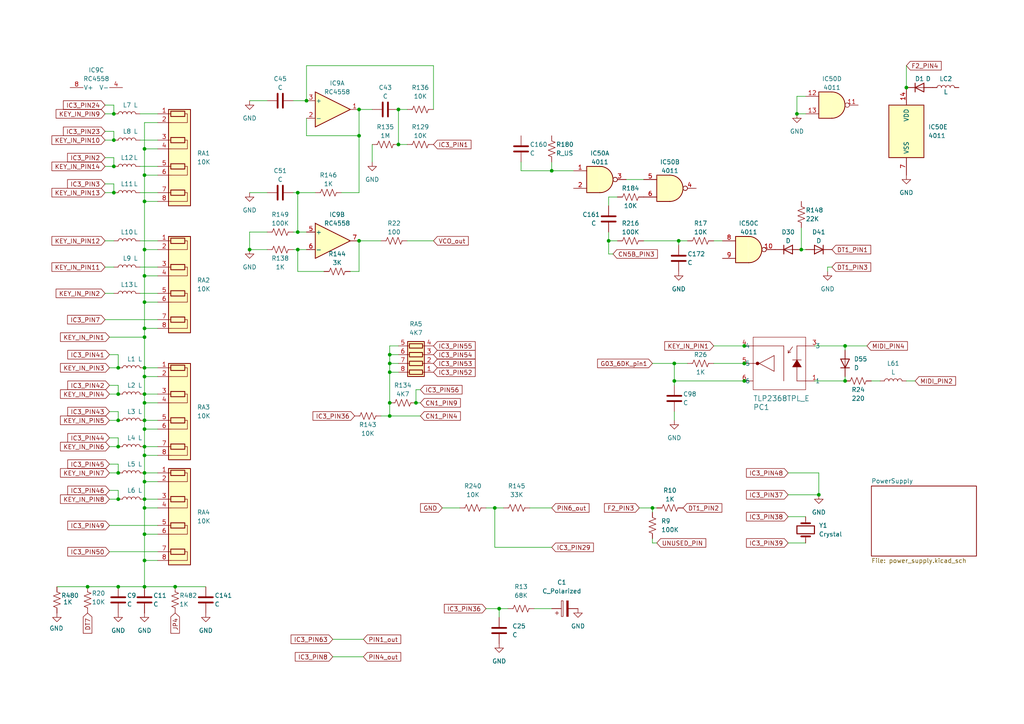
<source format=kicad_sch>
(kicad_sch (version 20230121) (generator eeschema)
  (paper "A4")
  (title_block (title "KLM-3163"))
  (lib_symbols
    (symbol "4xxx:4011" (pin_names (offset 1.016))
      (property "Reference" "U" (at 0 1.27 0))
      (property "Value" "4011" (at 0 -1.27 0))
      (symbol "4011_1_1"
        (arc (start 0 -3.81) (mid 3.7934 0) (end 0 3.81) (stroke (width 0.254)) (fill (type background)))
        (polyline (pts (xy 0 3.81) (xy -3.81 3.81) (xy -3.81 -3.81) (xy 0 -3.81)) (stroke (width 0.254)) (fill (type background)))
        (pin input line (at -7.62 2.54 0) (length 3.81) (name "~") (number "1"))
        (pin input line (at -7.62 -2.54 0) (length 3.81) (name "~") (number "2"))
        (pin output inverted (at 7.62 0 180) (length 3.81) (name "~") (number "3"))
      )
      (symbol "4011_1_2"
        (arc (start -3.81 -3.81) (mid -2.589 0) (end -3.81 3.81) (stroke (width 0.254)))
        (arc (start -0.6096 -3.81) (mid 2.1842 -2.5851) (end 3.81 0) (stroke (width 0.254)) (fill (type background)))
        (polyline (pts (xy -3.81 -3.81) (xy -0.635 -3.81)) (stroke (width 0.254)) (fill (type background)))
        (polyline (pts (xy -3.81 3.81) (xy -0.635 3.81)) (stroke (width 0.254)) (fill (type background)))
        (polyline (pts (xy -0.635 3.81) (xy -3.81 3.81) (xy -3.81 3.81) (xy -3.556 3.4036) (xy -3.0226 2.2606) (xy -2.6924 1.0414) (xy -2.6162 -0.254) (xy -2.7686 -1.4986) (xy -3.175 -2.7178) (xy -3.81 -3.81) (xy -3.81 -3.81) (xy -0.635 -3.81)) (stroke (width -25.4)) (fill (type background)))
        (arc (start 3.81 0) (mid 2.1915 2.5936) (end -0.6096 3.81) (stroke (width 0.254)) (fill (type background)))
        (pin input inverted (at -7.62 2.54 0) (length 4.318) (name "~") (number "1"))
        (pin input inverted (at -7.62 -2.54 0) (length 4.318) (name "~") (number "2"))
        (pin output line (at 7.62 0 180) (length 3.81) (name "~") (number "3"))
      )
      (symbol "4011_2_1"
        (arc (start 0 -3.81) (mid 3.7934 0) (end 0 3.81) (stroke (width 0.254)) (fill (type background)))
        (polyline (pts (xy 0 3.81) (xy -3.81 3.81) (xy -3.81 -3.81) (xy 0 -3.81)) (stroke (width 0.254)) (fill (type background)))
        (pin output inverted (at 7.62 0 180) (length 3.81) (name "~") (number "4"))
        (pin input line (at -7.62 2.54 0) (length 3.81) (name "~") (number "5"))
        (pin input line (at -7.62 -2.54 0) (length 3.81) (name "~") (number "6"))
      )
      (symbol "4011_2_2"
        (arc (start -3.81 -3.81) (mid -2.589 0) (end -3.81 3.81) (stroke (width 0.254)))
        (arc (start -0.6096 -3.81) (mid 2.1842 -2.5851) (end 3.81 0) (stroke (width 0.254)) (fill (type background)))
        (polyline (pts (xy -3.81 -3.81) (xy -0.635 -3.81)) (stroke (width 0.254)) (fill (type background)))
        (polyline (pts (xy -3.81 3.81) (xy -0.635 3.81)) (stroke (width 0.254)) (fill (type background)))
        (polyline (pts (xy -0.635 3.81) (xy -3.81 3.81) (xy -3.81 3.81) (xy -3.556 3.4036) (xy -3.0226 2.2606) (xy -2.6924 1.0414) (xy -2.6162 -0.254) (xy -2.7686 -1.4986) (xy -3.175 -2.7178) (xy -3.81 -3.81) (xy -3.81 -3.81) (xy -0.635 -3.81)) (stroke (width -25.4)) (fill (type background)))
        (arc (start 3.81 0) (mid 2.1915 2.5936) (end -0.6096 3.81) (stroke (width 0.254)) (fill (type background)))
        (pin output line (at 7.62 0 180) (length 3.81) (name "~") (number "4"))
        (pin input inverted (at -7.62 2.54 0) (length 4.318) (name "~") (number "5"))
        (pin input inverted (at -7.62 -2.54 0) (length 4.318) (name "~") (number "6"))
      )
      (symbol "4011_3_1"
        (arc (start 0 -3.81) (mid 3.7934 0) (end 0 3.81) (stroke (width 0.254)) (fill (type background)))
        (polyline (pts (xy 0 3.81) (xy -3.81 3.81) (xy -3.81 -3.81) (xy 0 -3.81)) (stroke (width 0.254)) (fill (type background)))
        (pin output inverted (at 7.62 0 180) (length 3.81) (name "~") (number "10"))
        (pin input line (at -7.62 2.54 0) (length 3.81) (name "~") (number "8"))
        (pin input line (at -7.62 -2.54 0) (length 3.81) (name "~") (number "9"))
      )
      (symbol "4011_3_2"
        (arc (start -3.81 -3.81) (mid -2.589 0) (end -3.81 3.81) (stroke (width 0.254)))
        (arc (start -0.6096 -3.81) (mid 2.1842 -2.5851) (end 3.81 0) (stroke (width 0.254)) (fill (type background)))
        (polyline (pts (xy -3.81 -3.81) (xy -0.635 -3.81)) (stroke (width 0.254)) (fill (type background)))
        (polyline (pts (xy -3.81 3.81) (xy -0.635 3.81)) (stroke (width 0.254)) (fill (type background)))
        (polyline (pts (xy -0.635 3.81) (xy -3.81 3.81) (xy -3.81 3.81) (xy -3.556 3.4036) (xy -3.0226 2.2606) (xy -2.6924 1.0414) (xy -2.6162 -0.254) (xy -2.7686 -1.4986) (xy -3.175 -2.7178) (xy -3.81 -3.81) (xy -3.81 -3.81) (xy -0.635 -3.81)) (stroke (width -25.4)) (fill (type background)))
        (arc (start 3.81 0) (mid 2.1915 2.5936) (end -0.6096 3.81) (stroke (width 0.254)) (fill (type background)))
        (pin output line (at 7.62 0 180) (length 3.81) (name "~") (number "10"))
        (pin input inverted (at -7.62 2.54 0) (length 4.318) (name "~") (number "8"))
        (pin input inverted (at -7.62 -2.54 0) (length 4.318) (name "~") (number "9"))
      )
      (symbol "4011_4_1"
        (arc (start 0 -3.81) (mid 3.7934 0) (end 0 3.81) (stroke (width 0.254)) (fill (type background)))
        (polyline (pts (xy 0 3.81) (xy -3.81 3.81) (xy -3.81 -3.81) (xy 0 -3.81)) (stroke (width 0.254)) (fill (type background)))
        (pin output inverted (at 7.62 0 180) (length 3.81) (name "~") (number "11"))
        (pin input line (at -7.62 2.54 0) (length 3.81) (name "~") (number "12"))
        (pin input line (at -7.62 -2.54 0) (length 3.81) (name "~") (number "13"))
      )
      (symbol "4011_4_2"
        (arc (start -3.81 -3.81) (mid -2.589 0) (end -3.81 3.81) (stroke (width 0.254)))
        (arc (start -0.6096 -3.81) (mid 2.1842 -2.5851) (end 3.81 0) (stroke (width 0.254)) (fill (type background)))
        (polyline (pts (xy -3.81 -3.81) (xy -0.635 -3.81)) (stroke (width 0.254)) (fill (type background)))
        (polyline (pts (xy -3.81 3.81) (xy -0.635 3.81)) (stroke (width 0.254)) (fill (type background)))
        (polyline (pts (xy -0.635 3.81) (xy -3.81 3.81) (xy -3.81 3.81) (xy -3.556 3.4036) (xy -3.0226 2.2606) (xy -2.6924 1.0414) (xy -2.6162 -0.254) (xy -2.7686 -1.4986) (xy -3.175 -2.7178) (xy -3.81 -3.81) (xy -3.81 -3.81) (xy -0.635 -3.81)) (stroke (width -25.4)) (fill (type background)))
        (arc (start 3.81 0) (mid 2.1915 2.5936) (end -0.6096 3.81) (stroke (width 0.254)) (fill (type background)))
        (pin output line (at 7.62 0 180) (length 3.81) (name "~") (number "11"))
        (pin input inverted (at -7.62 2.54 0) (length 4.318) (name "~") (number "12"))
        (pin input inverted (at -7.62 -2.54 0) (length 4.318) (name "~") (number "13"))
      )
      (symbol "4011_5_0"
        (pin power_in line (at 0 12.7 270) (length 5.08) (name "VDD") (number "14"))
        (pin power_in line (at 0 -12.7 90) (length 5.08) (name "VSS") (number "7"))
      )
      (symbol "4011_5_1"
        (rectangle (start -5.08 7.62) (end 5.08 -7.62) (stroke (width 0.254)) (fill (type background)))
      )
    )
    (symbol "Amplifier_Operational:RC4558" (pin_names (offset 0.127))
      (property "Reference" "U" (at 0 5.08 0))
      (property "Value" "RC4558" (at 0 -5.08 0))
      (symbol "RC4558_1_1"
        (polyline (pts (xy -5.08 5.08) (xy 5.08 0) (xy -5.08 -5.08) (xy -5.08 5.08)) (stroke (width 0.254)) (fill (type background)))
        (pin output line (at 7.62 0 180) (length 2.54) (name "~") (number "1"))
        (pin input line (at -7.62 -2.54 0) (length 2.54) (name "-") (number "2"))
        (pin input line (at -7.62 2.54 0) (length 2.54) (name "+") (number "3"))
      )
      (symbol "RC4558_2_1"
        (polyline (pts (xy -5.08 5.08) (xy 5.08 0) (xy -5.08 -5.08) (xy -5.08 5.08)) (stroke (width 0.254)) (fill (type background)))
        (pin input line (at -7.62 2.54 0) (length 2.54) (name "+") (number "5"))
        (pin input line (at -7.62 -2.54 0) (length 2.54) (name "-") (number "6"))
        (pin output line (at 7.62 0 180) (length 2.54) (name "~") (number "7"))
      )
      (symbol "RC4558_3_1"
        (pin power_in line (at -2.54 -7.62 90) (length 3.81) (name "V-") (number "4"))
        (pin power_in line (at -2.54 7.62 270) (length 3.81) (name "V+") (number "8"))
      )
    )
    (symbol "Device:C" (pin_numbers hide) (pin_names (offset 0.254))
      (property "Reference" "C" (at 0.635 2.54 0))
      (property "Value" "C" (at 0.635 -2.54 0))
      (symbol "C_0_1"
        (polyline (pts (xy -2.032 -0.762) (xy 2.032 -0.762)) (stroke (width 0.508)))
        (polyline (pts (xy -2.032 0.762) (xy 2.032 0.762)) (stroke (width 0.508)))
      )
      (symbol "C_1_1"
        (pin passive line (at 0 3.81 270) (length 2.794) (name "~") (number "1"))
        (pin passive line (at 0 -3.81 90) (length 2.794) (name "~") (number "2"))
      )
    )
    (symbol "Device:C_Polarized" (pin_numbers hide) (pin_names (offset 0.254))
      (property "Reference" "C" (at 0.635 2.54 0))
      (property "Value" "C_Polarized" (at 0.635 -2.54 0))
      (symbol "C_Polarized_0_1"
        (rectangle (start -2.286 0.508) (end 2.286 1.016))
        (polyline (pts (xy -1.778 2.286) (xy -0.762 2.286)))
        (polyline (pts (xy -1.27 2.794) (xy -1.27 1.778)))
        (rectangle (start 2.286 -0.508) (end -2.286 -1.016) (fill (type outline)))
      )
      (symbol "C_Polarized_1_1"
        (pin passive line (at 0 3.81 270) (length 2.794) (name "~") (number "1"))
        (pin passive line (at 0 -3.81 90) (length 2.794) (name "~") (number "2"))
      )
    )
    (symbol "Device:Crystal" (pin_numbers hide) (pin_names (offset 1.016) hide)
      (property "Reference" "Y" (at 0 3.81 0))
      (property "Value" "Crystal" (at 0 -3.81 0))
      (symbol "Crystal_0_1"
        (rectangle (start -1.143 2.54) (end 1.143 -2.54) (stroke (width 0.3048)))
        (polyline (pts (xy -2.54 0) (xy -1.905 0)))
        (polyline (pts (xy -1.905 -1.27) (xy -1.905 1.27)) (stroke (width 0.508)))
        (polyline (pts (xy 1.905 -1.27) (xy 1.905 1.27)) (stroke (width 0.508)))
        (polyline (pts (xy 2.54 0) (xy 1.905 0)))
      )
      (symbol "Crystal_1_1"
        (pin passive line (at -3.81 0 0) (length 1.27) (name "1") (number "1"))
        (pin passive line (at 3.81 0 180) (length 1.27) (name "2") (number "2"))
      )
    )
    (symbol "Device:D" (pin_numbers hide) (pin_names (offset 1.016) hide)
      (property "Reference" "D" (at 0 2.54 0))
      (property "Value" "D" (at 0 -2.54 0))
      (symbol "D_0_1"
        (polyline (pts (xy -1.27 1.27) (xy -1.27 -1.27)) (stroke (width 0.254)))
        (polyline (pts (xy 1.27 0) (xy -1.27 0)))
        (polyline (pts (xy 1.27 1.27) (xy 1.27 -1.27) (xy -1.27 0) (xy 1.27 1.27)) (stroke (width 0.254)))
      )
      (symbol "D_1_1"
        (pin passive line (at -3.81 0 0) (length 2.54) (name "K") (number "1"))
        (pin passive line (at 3.81 0 180) (length 2.54) (name "A") (number "2"))
      )
    )
    (symbol "Device:L" (pin_numbers hide) (pin_names (offset 1.016) hide)
      (property "Reference" "L" (at -1.27 0 90))
      (property "Value" "L" (at 1.905 0 90))
      (symbol "L_0_1"
        (arc (start 0 -2.54) (mid 0.6323 -1.905) (end 0 -1.27))
        (arc (start 0 -1.27) (mid 0.6323 -0.635) (end 0 0))
        (arc (start 0 0) (mid 0.6323 0.635) (end 0 1.27))
        (arc (start 0 1.27) (mid 0.6323 1.905) (end 0 2.54))
      )
      (symbol "L_1_1"
        (pin passive line (at 0 3.81 270) (length 1.27) (name "1") (number "1"))
        (pin passive line (at 0 -3.81 90) (length 1.27) (name "2") (number "2"))
      )
    )
    (symbol "Device:R_Pack04" (pin_names (offset 0) hide)
      (property "Reference" "RN" (at -7.62 0 90))
      (property "Value" "R_Pack04" (at 5.08 0 90))
      (symbol "R_Pack04_0_1"
        (rectangle (start -6.35 -2.413) (end 3.81 2.413) (stroke (width 0.254)) (fill (type background)))
        (rectangle (start -5.715 1.905) (end -4.445 -1.905) (stroke (width 0.254)))
        (rectangle (start -3.175 1.905) (end -1.905 -1.905) (stroke (width 0.254)))
        (rectangle (start -0.635 1.905) (end 0.635 -1.905) (stroke (width 0.254)))
        (polyline (pts (xy -5.08 -2.54) (xy -5.08 -1.905)))
        (polyline (pts (xy -5.08 1.905) (xy -5.08 2.54)))
        (polyline (pts (xy -2.54 -2.54) (xy -2.54 -1.905)))
        (polyline (pts (xy -2.54 1.905) (xy -2.54 2.54)))
        (polyline (pts (xy 0 -2.54) (xy 0 -1.905)))
        (polyline (pts (xy 0 1.905) (xy 0 2.54)))
        (polyline (pts (xy 2.54 -2.54) (xy 2.54 -1.905)))
        (polyline (pts (xy 2.54 1.905) (xy 2.54 2.54)))
        (rectangle (start 1.905 1.905) (end 3.175 -1.905) (stroke (width 0.254)))
      )
      (symbol "R_Pack04_1_1"
        (pin passive line (at -5.08 -5.08 90) (length 2.54) (name "R1.1") (number "1"))
        (pin passive line (at -2.54 -5.08 90) (length 2.54) (name "R2.1") (number "2"))
        (pin passive line (at 0 -5.08 90) (length 2.54) (name "R3.1") (number "3"))
        (pin passive line (at 2.54 -5.08 90) (length 2.54) (name "R4.1") (number "4"))
        (pin passive line (at 2.54 5.08 270) (length 2.54) (name "R4.2") (number "5"))
        (pin passive line (at 0 5.08 270) (length 2.54) (name "R3.2") (number "6"))
        (pin passive line (at -2.54 5.08 270) (length 2.54) (name "R2.2") (number "7"))
        (pin passive line (at -5.08 5.08 270) (length 2.54) (name "R1.2") (number "8"))
      )
    )
    (symbol "Device:R_Pack04_SIP" (pin_names (offset 0) hide)
      (property "Reference" "RN" (at -15.24 0 90))
      (property "Value" "R_Pack04_SIP" (at 15.24 0 90))
      (symbol "R_Pack04_SIP_0_1"
        (rectangle (start -13.97 -1.905) (end 13.97 4.445) (stroke (width 0.254)) (fill (type background)))
        (rectangle (start -13.462 2.794) (end -11.938 -1.27) (stroke (width 0.254)))
        (rectangle (start -5.842 2.794) (end -4.318 -1.27) (stroke (width 0.254)))
        (polyline (pts (xy -12.7 2.794) (xy -12.7 3.556) (xy -10.16 3.556) (xy -10.16 -1.27)))
        (polyline (pts (xy -5.08 2.794) (xy -5.08 3.556) (xy -2.54 3.556) (xy -2.54 -1.27)))
        (polyline (pts (xy 2.54 2.794) (xy 2.54 3.556) (xy 5.08 3.556) (xy 5.08 -1.27)))
        (polyline (pts (xy 10.16 2.794) (xy 10.16 3.556) (xy 12.7 3.556) (xy 12.7 -1.27)))
        (rectangle (start 1.778 2.794) (end 3.302 -1.27) (stroke (width 0.254)))
        (rectangle (start 9.398 2.794) (end 10.922 -1.27) (stroke (width 0.254)))
      )
      (symbol "R_Pack04_SIP_1_1"
        (pin passive line (at -12.7 -5.08 90) (length 3.81) (name "R1.1") (number "1"))
        (pin passive line (at -10.16 -5.08 90) (length 3.81) (name "R1.2") (number "2"))
        (pin passive line (at -5.08 -5.08 90) (length 3.81) (name "R2.1") (number "3"))
        (pin passive line (at -2.54 -5.08 90) (length 3.81) (name "R2.2") (number "4"))
        (pin passive line (at 2.54 -5.08 90) (length 3.81) (name "R3.1") (number "5"))
        (pin passive line (at 5.08 -5.08 90) (length 3.81) (name "R3.2") (number "6"))
        (pin passive line (at 10.16 -5.08 90) (length 3.81) (name "R4.1") (number "7"))
        (pin passive line (at 12.7 -5.08 90) (length 3.81) (name "R4.2") (number "8"))
      )
    )
    (symbol "Device:R_US" (pin_numbers hide) (pin_names (offset 0))
      (property "Reference" "R" (at 2.54 0 90))
      (property "Value" "R_US" (at -2.54 0 90))
      (symbol "R_US_0_1"
        (polyline (pts (xy 0 -2.286) (xy 0 -2.54)))
        (polyline (pts (xy 0 2.286) (xy 0 2.54)))
        (polyline (pts (xy 0 -0.762) (xy 1.016 -1.143) (xy 0 -1.524) (xy -1.016 -1.905) (xy 0 -2.286)))
        (polyline (pts (xy 0 0.762) (xy 1.016 0.381) (xy 0 0) (xy -1.016 -0.381) (xy 0 -0.762)))
        (polyline (pts (xy 0 2.286) (xy 1.016 1.905) (xy 0 1.524) (xy -1.016 1.143) (xy 0 0.762)))
      )
      (symbol "R_US_1_1"
        (pin passive line (at 0 3.81 270) (length 1.27) (name "~") (number "1"))
        (pin passive line (at 0 -3.81 90) (length 1.27) (name "~") (number "2"))
      )
    )
    (symbol "korg_ms20_mini:TLP2368TPL_E" (pin_names (offset 0.254))
      (property "Reference" "U" (at 11.43 1.27 0))
      (property "Value" "TLP2368TPL_E" (at 0 1.27 0))
      (symbol "TLP2368TPL_E_0_1"
        (polyline (pts (xy -2.54 -12.7) (xy 0 -12.7)))
        (polyline (pts (xy -2.54 -2.54) (xy 0 -2.54)))
        (polyline (pts (xy 0 -15.24) (xy 0 0)) (stroke (width 0.127)))
        (polyline (pts (xy 0 -12.7) (xy 2.54 -12.7)))
        (polyline (pts (xy 0 -2.54) (xy 2.54 -2.54)))
        (polyline (pts (xy 0 0) (xy 15.24 0)) (stroke (width 0.127)))
        (polyline (pts (xy 1.27 -8.636) (xy 3.81 -8.636)))
        (polyline (pts (xy 2.54 -12.7) (xy 2.54 -8.636)))
        (polyline (pts (xy 2.54 -2.54) (xy 2.54 -6.604)))
        (polyline (pts (xy 4.318 -10.922) (xy 5.08 -10.668)))
        (polyline (pts (xy 5.08 -11.43) (xy 5.08 -10.668)))
        (polyline (pts (xy 5.08 -10.668) (xy 3.81 -12.446)))
        (polyline (pts (xy 6.35 -12.7) (xy 15.24 -12.7)))
        (polyline (pts (xy 6.35 -2.54) (xy 6.35 -12.7)))
        (polyline (pts (xy 9.144 -9.906) (xy 13.462 -7.62)))
        (polyline (pts (xy 9.144 -5.334) (xy 9.144 -9.906)))
        (polyline (pts (xy 9.144 -5.334) (xy 13.462 -7.62)))
        (polyline (pts (xy 14.478 -7.62) (xy 15.24 -7.62)))
        (polyline (pts (xy 15.24 -15.24) (xy 0 -15.24)) (stroke (width 0.127)))
        (polyline (pts (xy 15.24 0) (xy 15.24 -15.24)) (stroke (width 0.127)))
        (polyline (pts (xy 17.78 -12.7) (xy 15.24 -12.7)))
        (polyline (pts (xy 17.78 -7.62) (xy 15.24 -7.62)))
        (polyline (pts (xy 17.78 -2.54) (xy 15.24 -2.54)))
        (polyline (pts (xy 1.27 -6.604) (xy 1.27 -6.604) (xy 3.81 -6.604) (xy 2.54 -8.636) (xy 1.27 -6.604)) (fill (type outline)))
        (circle (center 13.97 -7.62) (radius 0.254) (stroke (width 0.508)))
        (pin unspecified line (at -2.5146 -2.54 180) (length 0.0254) (name "1") (number "1"))
        (pin unspecified line (at -2.5146 -12.7 180) (length 0.0254) (name "3") (number "3"))
        (pin power_out line (at 17.8054 -12.7 180) (length 0.0254) (name "4") (number "4"))
        (pin output line (at 17.8054 -7.62 180) (length 0.0254) (name "5") (number "5"))
        (pin unspecified line (at 17.8054 -2.54 180) (length 0.0254) (name "6") (number "6"))
      )
    )
    (symbol "power:GND" (power) (pin_names (offset 0))
      (property "Value" "GND" (at 0 -3.81 0))
      (symbol "GND_0_1"
        (polyline (pts (xy 0 0) (xy 0 -1.27) (xy 1.27 -1.27) (xy 0 -2.54) (xy -1.27 -1.27) (xy 0 -1.27)))
      )
      (symbol "GND_1_1"
        (pin power_in line (at 0 0 270) (length 0) hide (name "GND") (number "1"))
      )
    )
  )
  (junction (at 34.29 144.78))
  (junction (at 41.91 87.63))
  (junction (at 113.03 107.95))
  (junction (at 237.49 143.51))
  (junction (at 41.91 106.68))
  (junction (at 41.91 132.08))
  (junction (at 41.91 129.54))
  (junction (at 41.91 162.56))
  (junction (at 195.58 110.49))
  (junction (at 41.91 80.01))
  (junction (at 113.03 120.65))
  (junction (at 113.03 116.84))
  (junction (at 215.8746 110.49))
  (junction (at 33.02 40.64))
  (junction (at 34.29 114.3))
  (junction (at 104.14 69.85))
  (junction (at 232.41 72.39))
  (junction (at 245.11 110.49))
  (junction (at 115.57 31.75))
  (junction (at 144.78 176.53))
  (junction (at 41.91 137.16))
  (junction (at 41.91 121.92))
  (junction (at 86.36 55.88))
  (junction (at 104.14 31.75))
  (junction (at 41.91 147.32))
  (junction (at 196.85 69.85))
  (junction (at 104.14 39.37))
  (junction (at 113.03 102.87))
  (junction (at 50.8 170.18))
  (junction (at 41.91 114.3))
  (junction (at 25.4 170.18))
  (junction (at 245.11 100.33))
  (junction (at 189.23 147.32))
  (junction (at 41.91 154.94))
  (junction (at 41.91 43.18))
  (junction (at 231.14 33.02))
  (junction (at 34.29 170.18))
  (junction (at 262.89 25.4))
  (junction (at 195.58 105.41))
  (junction (at 160.02 49.53))
  (junction (at 34.29 121.92))
  (junction (at 176.53 69.85))
  (junction (at 41.91 170.18))
  (junction (at 41.91 72.39))
  (junction (at 33.02 48.26))
  (junction (at 72.39 72.39))
  (junction (at 41.91 109.22))
  (junction (at 113.03 105.41))
  (junction (at 33.02 33.02))
  (junction (at 41.91 97.79))
  (junction (at 86.36 67.31))
  (junction (at 34.29 106.68))
  (junction (at 120.65 116.84))
  (junction (at 34.29 137.16))
  (junction (at 115.57 41.91))
  (junction (at 41.91 139.7))
  (junction (at 88.9 29.21))
  (junction (at 41.91 116.84))
  (junction (at 215.8746 100.33))
  (junction (at 41.91 58.42))
  (junction (at 41.91 95.25))
  (junction (at 143.51 147.32))
  (junction (at 41.91 144.78))
  (junction (at 215.8746 105.41))
  (junction (at 34.29 129.54))
  (junction (at 33.02 55.88))
  (junction (at 41.91 50.8))
  (junction (at 41.91 124.46))
  (junction (at 86.36 72.39))
  (wire (pts (xy 160.02 158.75) (xy 143.51 158.75)))
  (wire (pts (xy 34.29 119.38) (xy 34.29 121.92)))
  (wire (pts (xy 31.75 137.16) (xy 34.29 137.16)))
  (wire (pts (xy 41.91 170.18) (xy 34.29 170.18)))
  (wire (pts (xy 34.29 102.87) (xy 34.29 106.68)))
  (wire (pts (xy 88.9 19.05) (xy 88.9 29.21)))
  (wire (pts (xy 262.89 25.4) (xy 262.89 19.05)))
  (wire (pts (xy 30.48 69.85) (xy 33.02 69.85)))
  (wire (pts (xy 16.51 170.18) (xy 25.4 170.18)))
  (wire (pts (xy 31.75 106.68) (xy 34.29 106.68)))
  (wire (pts (xy 115.57 31.75) (xy 115.57 41.91)))
  (wire (pts (xy 30.48 33.02) (xy 33.02 33.02)))
  (wire (pts (xy 41.91 132.08) (xy 41.91 129.54)))
  (wire (pts (xy 160.02 49.53) (xy 151.13 49.53)))
  (wire (pts (xy 31.75 134.62) (xy 34.29 134.62)))
  (wire (pts (xy 25.4 170.18) (xy 34.29 170.18)))
  (wire (pts (xy 41.91 121.92) (xy 41.91 124.46)))
  (wire (pts (xy 104.14 69.85) (xy 110.49 69.85)))
  (wire (pts (xy 143.51 158.75) (xy 143.51 147.32)))
  (wire (pts (xy 125.73 31.75) (xy 125.73 19.05)))
  (wire (pts (xy 41.91 116.84) (xy 41.91 114.3)))
  (wire (pts (xy 41.91 87.63) (xy 45.72 87.63)))
  (wire (pts (xy 45.72 35.56) (xy 41.91 35.56)))
  (wire (pts (xy 120.65 113.03) (xy 120.65 116.84)))
  (wire (pts (xy 179.07 69.85) (xy 176.53 69.85)))
  (wire (pts (xy 31.75 121.92) (xy 34.29 121.92)))
  (wire (pts (xy 189.23 147.32) (xy 190.5 147.32)))
  (wire (pts (xy 41.91 139.7) (xy 41.91 137.16)))
  (wire (pts (xy 30.48 48.26) (xy 33.02 48.26)))
  (wire (pts (xy 41.91 137.16) (xy 41.91 132.08)))
  (wire (pts (xy 99.06 55.88) (xy 104.14 55.88)))
  (wire (pts (xy 104.14 31.75) (xy 107.95 31.75)))
  (wire (pts (xy 30.48 40.64) (xy 33.02 40.64)))
  (wire (pts (xy 41.91 95.25) (xy 45.72 95.25)))
  (wire (pts (xy 113.03 120.65) (xy 110.49 120.65)))
  (wire (pts (xy 96.52 185.42) (xy 105.41 185.42)))
  (wire (pts (xy 31.75 97.79) (xy 41.91 97.79)))
  (wire (pts (xy 41.91 116.84) (xy 41.91 121.92)))
  (wire (pts (xy 40.64 33.02) (xy 45.72 33.02)))
  (wire (pts (xy 118.11 69.85) (xy 125.73 69.85)))
  (wire (pts (xy 189.23 105.41) (xy 195.58 105.41)))
  (wire (pts (xy 228.6 137.16) (xy 237.49 137.16)))
  (wire (pts (xy 40.64 48.26) (xy 45.72 48.26)))
  (wire (pts (xy 151.13 49.53) (xy 151.13 46.99)))
  (wire (pts (xy 228.6 157.48) (xy 233.68 157.48)))
  (wire (pts (xy 189.23 148.59) (xy 189.23 147.32)))
  (wire (pts (xy 41.91 80.01) (xy 41.91 87.63)))
  (wire (pts (xy 31.75 144.78) (xy 34.29 144.78)))
  (wire (pts (xy 195.58 119.38) (xy 195.58 121.92)))
  (wire (pts (xy 207.01 100.33) (xy 215.8746 100.33)))
  (wire (pts (xy 215.8746 110.49) (xy 215.9 110.49)))
  (wire (pts (xy 31.75 119.38) (xy 34.29 119.38)))
  (wire (pts (xy 33.02 45.72) (xy 33.02 48.26)))
  (wire (pts (xy 104.14 78.74) (xy 101.6 78.74)))
  (wire (pts (xy 144.78 176.53) (xy 147.32 176.53)))
  (wire (pts (xy 41.91 129.54) (xy 41.91 124.46)))
  (wire (pts (xy 104.14 55.88) (xy 104.14 39.37)))
  (wire (pts (xy 41.91 87.63) (xy 41.91 95.25)))
  (wire (pts (xy 30.48 30.48) (xy 33.02 30.48)))
  (wire (pts (xy 85.09 72.39) (xy 86.36 72.39)))
  (wire (pts (xy 96.52 190.5) (xy 105.41 190.5)))
  (wire (pts (xy 88.9 39.37) (xy 104.14 39.37)))
  (wire (pts (xy 41.91 97.79) (xy 41.91 106.68)))
  (wire (pts (xy 41.91 147.32) (xy 45.72 147.32)))
  (wire (pts (xy 196.85 69.85) (xy 196.85 71.12)))
  (wire (pts (xy 113.03 116.84) (xy 113.03 107.95)))
  (wire (pts (xy 41.91 58.42) (xy 45.72 58.42)))
  (wire (pts (xy 41.91 114.3) (xy 45.72 114.3)))
  (wire (pts (xy 236.22 100.33) (xy 245.11 100.33)))
  (wire (pts (xy 113.03 102.87) (xy 113.03 105.41)))
  (wire (pts (xy 240.03 77.47) (xy 241.3 77.47)))
  (wire (pts (xy 45.72 72.39) (xy 41.91 72.39)))
  (wire (pts (xy 113.03 107.95) (xy 115.57 107.95)))
  (wire (pts (xy 195.58 105.41) (xy 199.39 105.41)))
  (wire (pts (xy 228.6 149.86) (xy 233.68 149.86)))
  (wire (pts (xy 143.51 147.32) (xy 146.05 147.32)))
  (wire (pts (xy 40.64 69.85) (xy 45.72 69.85)))
  (wire (pts (xy 31.75 127) (xy 34.29 127)))
  (wire (pts (xy 115.57 105.41) (xy 113.03 105.41)))
  (wire (pts (xy 176.53 73.66) (xy 177.8 73.66)))
  (wire (pts (xy 41.91 162.56) (xy 41.91 170.18)))
  (wire (pts (xy 215.8746 100.33) (xy 215.9 100.33)))
  (wire (pts (xy 86.36 55.88) (xy 85.09 55.88)))
  (wire (pts (xy 85.09 67.31) (xy 86.36 67.31)))
  (wire (pts (xy 72.39 67.31) (xy 77.47 67.31)))
  (wire (pts (xy 72.39 29.21) (xy 77.47 29.21)))
  (wire (pts (xy 41.91 95.25) (xy 41.91 97.79)))
  (wire (pts (xy 236.22 110.49) (xy 245.11 110.49)))
  (wire (pts (xy 121.92 120.65) (xy 113.03 120.65)))
  (wire (pts (xy 41.91 106.68) (xy 45.72 106.68)))
  (wire (pts (xy 154.94 176.53) (xy 160.02 176.53)))
  (wire (pts (xy 160.02 49.53) (xy 160.02 46.99)))
  (wire (pts (xy 231.14 33.02) (xy 233.68 33.02)))
  (wire (pts (xy 86.36 67.31) (xy 88.9 67.31)))
  (wire (pts (xy 140.97 147.32) (xy 143.51 147.32)))
  (wire (pts (xy 176.53 69.85) (xy 176.53 73.66)))
  (wire (pts (xy 115.57 100.33) (xy 113.03 100.33)))
  (wire (pts (xy 107.95 41.91) (xy 107.95 46.99)))
  (wire (pts (xy 85.09 29.21) (xy 88.9 29.21)))
  (wire (pts (xy 140.97 176.53) (xy 144.78 176.53)))
  (wire (pts (xy 228.6 143.51) (xy 237.49 143.51)))
  (wire (pts (xy 40.64 40.64) (xy 45.72 40.64)))
  (wire (pts (xy 113.03 105.41) (xy 113.03 107.95)))
  (wire (pts (xy 34.29 111.76) (xy 34.29 114.3)))
  (wire (pts (xy 41.91 129.54) (xy 45.72 129.54)))
  (wire (pts (xy 196.85 69.85) (xy 199.39 69.85)))
  (wire (pts (xy 233.68 27.94) (xy 231.14 27.94)))
  (wire (pts (xy 41.91 137.16) (xy 45.72 137.16)))
  (wire (pts (xy 41.91 58.42) (xy 41.91 72.39)))
  (wire (pts (xy 30.48 55.88) (xy 33.02 55.88)))
  (wire (pts (xy 113.03 120.65) (xy 113.03 116.84)))
  (wire (pts (xy 128.27 147.32) (xy 133.35 147.32)))
  (wire (pts (xy 125.73 19.05) (xy 88.9 19.05)))
  (wire (pts (xy 176.53 57.15) (xy 179.07 57.15)))
  (wire (pts (xy 41.91 106.68) (xy 41.91 109.22)))
  (wire (pts (xy 115.57 41.91) (xy 118.11 41.91)))
  (wire (pts (xy 88.9 34.29) (xy 88.9 39.37)))
  (wire (pts (xy 33.02 38.1) (xy 33.02 40.64)))
  (wire (pts (xy 41.91 109.22) (xy 45.72 109.22)))
  (wire (pts (xy 252.73 110.49) (xy 255.27 110.49)))
  (wire (pts (xy 31.75 129.54) (xy 34.29 129.54)))
  (wire (pts (xy 41.91 50.8) (xy 41.91 58.42)))
  (wire (pts (xy 166.37 49.53) (xy 160.02 49.53)))
  (wire (pts (xy 40.64 77.47) (xy 45.72 77.47)))
  (wire (pts (xy 185.42 147.32) (xy 189.23 147.32)))
  (wire (pts (xy 113.03 100.33) (xy 113.03 102.87)))
  (wire (pts (xy 240.03 78.74) (xy 240.03 77.47)))
  (wire (pts (xy 40.64 85.09) (xy 45.72 85.09)))
  (wire (pts (xy 41.91 124.46) (xy 45.72 124.46)))
  (wire (pts (xy 41.91 50.8) (xy 45.72 50.8)))
  (wire (pts (xy 86.36 55.88) (xy 86.36 67.31)))
  (wire (pts (xy 34.29 127) (xy 34.29 129.54)))
  (wire (pts (xy 121.92 113.03) (xy 120.65 113.03)))
  (wire (pts (xy 144.78 176.53) (xy 144.78 179.07)))
  (wire (pts (xy 41.91 170.18) (xy 50.8 170.18)))
  (wire (pts (xy 41.91 139.7) (xy 45.72 139.7)))
  (wire (pts (xy 41.91 154.94) (xy 41.91 162.56)))
  (wire (pts (xy 104.14 69.85) (xy 104.14 78.74)))
  (wire (pts (xy 41.91 114.3) (xy 41.91 109.22)))
  (wire (pts (xy 41.91 43.18) (xy 45.72 43.18)))
  (wire (pts (xy 31.75 111.76) (xy 34.29 111.76)))
  (wire (pts (xy 41.91 121.92) (xy 45.72 121.92)))
  (wire (pts (xy 50.8 170.18) (xy 59.69 170.18)))
  (wire (pts (xy 41.91 80.01) (xy 45.72 80.01)))
  (wire (pts (xy 30.48 45.72) (xy 33.02 45.72)))
  (wire (pts (xy 207.01 105.41) (xy 215.8746 105.41)))
  (wire (pts (xy 93.98 78.74) (xy 86.36 78.74)))
  (wire (pts (xy 232.41 66.04) (xy 232.41 72.39)))
  (wire (pts (xy 153.67 147.32) (xy 160.02 147.32)))
  (wire (pts (xy 40.64 55.88) (xy 45.72 55.88)))
  (wire (pts (xy 30.48 53.34) (xy 33.02 53.34)))
  (wire (pts (xy 31.75 160.02) (xy 45.72 160.02)))
  (wire (pts (xy 186.69 69.85) (xy 196.85 69.85)))
  (wire (pts (xy 115.57 102.87) (xy 113.03 102.87)))
  (wire (pts (xy 195.58 110.49) (xy 195.58 105.41)))
  (wire (pts (xy 31.75 142.24) (xy 34.29 142.24)))
  (wire (pts (xy 195.58 111.76) (xy 195.58 110.49)))
  (wire (pts (xy 31.75 102.87) (xy 34.29 102.87)))
  (wire (pts (xy 86.36 72.39) (xy 88.9 72.39)))
  (wire (pts (xy 41.91 162.56) (xy 45.72 162.56)))
  (wire (pts (xy 189.23 157.48) (xy 190.5 157.48)))
  (wire (pts (xy 34.29 134.62) (xy 34.29 137.16)))
  (wire (pts (xy 262.89 110.49) (xy 265.43 110.49)))
  (wire (pts (xy 41.91 35.56) (xy 41.91 43.18)))
  (wire (pts (xy 33.02 53.34) (xy 33.02 55.88)))
  (wire (pts (xy 86.36 78.74) (xy 86.36 72.39)))
  (wire (pts (xy 72.39 67.31) (xy 72.39 72.39)))
  (wire (pts (xy 41.91 72.39) (xy 41.91 80.01)))
  (wire (pts (xy 121.92 116.84) (xy 120.65 116.84)))
  (wire (pts (xy 104.14 39.37) (xy 104.14 31.75)))
  (wire (pts (xy 233.68 72.39) (xy 232.41 72.39)))
  (wire (pts (xy 86.36 55.88) (xy 91.44 55.88)))
  (wire (pts (xy 45.72 154.94) (xy 41.91 154.94)))
  (wire (pts (xy 31.75 114.3) (xy 34.29 114.3)))
  (wire (pts (xy 33.02 30.48) (xy 33.02 33.02)))
  (wire (pts (xy 245.11 100.33) (xy 245.11 101.6)))
  (wire (pts (xy 176.53 59.69) (xy 176.53 57.15)))
  (wire (pts (xy 41.91 116.84) (xy 45.72 116.84)))
  (wire (pts (xy 215.8746 105.41) (xy 215.9 105.41)))
  (wire (pts (xy 41.91 147.32) (xy 41.91 144.78)))
  (wire (pts (xy 72.39 72.39) (xy 77.47 72.39)))
  (wire (pts (xy 34.29 142.24) (xy 34.29 144.78)))
  (wire (pts (xy 41.91 144.78) (xy 45.72 144.78)))
  (wire (pts (xy 186.69 52.07) (xy 181.61 52.07)))
  (wire (pts (xy 30.48 77.47) (xy 33.02 77.47)))
  (wire (pts (xy 30.48 92.71) (xy 45.72 92.71)))
  (wire (pts (xy 72.39 55.88) (xy 77.47 55.88)))
  (wire (pts (xy 245.11 100.33) (xy 251.46 100.33)))
  (wire (pts (xy 41.91 144.78) (xy 41.91 139.7)))
  (wire (pts (xy 41.91 154.94) (xy 41.91 147.32)))
  (wire (pts (xy 207.01 69.85) (xy 209.55 69.85)))
  (wire (pts (xy 237.49 137.16) (xy 237.49 143.51)))
  (wire (pts (xy 41.91 43.18) (xy 41.91 50.8)))
  (wire (pts (xy 30.48 38.1) (xy 33.02 38.1)))
  (wire (pts (xy 41.91 132.08) (xy 45.72 132.08)))
  (wire (pts (xy 115.57 31.75) (xy 118.11 31.75)))
  (wire (pts (xy 245.11 110.49) (xy 245.11 109.22)))
  (wire (pts (xy 189.23 156.21) (xy 189.23 157.48)))
  (wire (pts (xy 231.14 27.94) (xy 231.14 33.02)))
  (wire (pts (xy 176.53 69.85) (xy 176.53 67.31)))
  (wire (pts (xy 30.48 85.09) (xy 33.02 85.09)))
  (wire (pts (xy 31.75 152.4) (xy 45.72 152.4)))
  (wire (pts (xy 195.58 110.49) (xy 215.8746 110.49)))
  (global_label "KEY_IN_PIN4" (shape input) (at 31.75 114.3 180) (property "Intersheetrefs" "${INTERSHEET_REFS}" (effects hide)))
  (global_label "DT1_PIN1" (shape input) (at 241.3 72.39 0) (property "Intersheetrefs" "${INTERSHEET_REFS}" (effects hide)))
  (global_label "IC3_PIN1" (shape input) (at 125.73 41.91 0) (property "Intersheetrefs" "${INTERSHEET_REFS}" (effects hide)))
  (global_label "IC3_PIN52" (shape input) (at 125.73 107.95 0) (property "Intersheetrefs" "${INTERSHEET_REFS}" (effects hide)))
  (global_label "CN1_PIN4" (shape input) (at 121.92 120.65 0) (property "Intersheetrefs" "${INTERSHEET_REFS}" (effects hide)))
  (global_label "IC3_PIN41" (shape input) (at 31.75 102.87 180) (property "Intersheetrefs" "${INTERSHEET_REFS}" (effects hide)))
  (global_label "F2_PIN3" (shape input) (at 185.42 147.32 180) (property "Intersheetrefs" "${INTERSHEET_REFS}" (effects hide)))
  (global_label "IC3_PIN50" (shape input) (at 31.75 160.02 180) (property "Intersheetrefs" "${INTERSHEET_REFS}" (effects hide)))
  (global_label "G03_6DK_pin1" (shape input) (at 189.23 105.41 180) (property "Intersheetrefs" "${INTERSHEET_REFS}" (effects hide)))
  (global_label "PIN1_out" (shape input) (at 105.41 185.42 0) (property "Intersheetrefs" "${INTERSHEET_REFS}" (effects hide)))
  (global_label "IC3_PIN55" (shape input) (at 125.73 100.33 0) (property "Intersheetrefs" "${INTERSHEET_REFS}" (effects hide)))
  (global_label "KEY_IN_PIN5" (shape input) (at 31.75 121.92 180) (property "Intersheetrefs" "${INTERSHEET_REFS}" (effects hide)))
  (global_label "IC3_PIN56" (shape input) (at 121.92 113.03 0) (property "Intersheetrefs" "${INTERSHEET_REFS}" (effects hide)))
  (global_label "KEY_IN_PIN14" (shape input) (at 30.48 48.26 180) (property "Intersheetrefs" "${INTERSHEET_REFS}" (effects hide)))
  (global_label "IC3_PIN38" (shape input) (at 228.6 149.86 180) (property "Intersheetrefs" "${INTERSHEET_REFS}" (effects hide)))
  (global_label "PIN4_out" (shape input) (at 105.41 190.5 0) (property "Intersheetrefs" "${INTERSHEET_REFS}" (effects hide)))
  (global_label "IC3_PIN36" (shape input) (at 102.87 120.65 180) (property "Intersheetrefs" "${INTERSHEET_REFS}" (effects hide)))
  (global_label "KEY_IN_PIN3" (shape input) (at 31.75 106.68 180) (property "Intersheetrefs" "${INTERSHEET_REFS}" (effects hide)))
  (global_label "KEY_IN_PIN11" (shape input) (at 30.48 77.47 180) (property "Intersheetrefs" "${INTERSHEET_REFS}" (effects hide)))
  (global_label "IC3_PIN54" (shape input) (at 125.73 102.87 0) (property "Intersheetrefs" "${INTERSHEET_REFS}" (effects hide)))
  (global_label "KEY_IN_PIN1" (shape input) (at 31.75 97.79 180) (property "Intersheetrefs" "${INTERSHEET_REFS}" (effects hide)))
  (global_label "IC3_PIN42" (shape input) (at 31.75 111.76 180) (property "Intersheetrefs" "${INTERSHEET_REFS}" (effects hide)))
  (global_label "IC3_PIN2" (shape input) (at 30.48 45.72 180) (property "Intersheetrefs" "${INTERSHEET_REFS}" (effects hide)))
  (global_label "IC3_PIN49" (shape input) (at 31.75 152.4 180) (property "Intersheetrefs" "${INTERSHEET_REFS}" (effects hide)))
  (global_label "IC3_PIN3" (shape input) (at 30.48 53.34 180) (property "Intersheetrefs" "${INTERSHEET_REFS}" (effects hide)))
  (global_label "KEY_IN_PIN12" (shape input) (at 30.48 69.85 180) (property "Intersheetrefs" "${INTERSHEET_REFS}" (effects hide)))
  (global_label "IC3_PIN7" (shape input) (at 30.48 92.71 180) (property "Intersheetrefs" "${INTERSHEET_REFS}" (effects hide)))
  (global_label "JP4" (shape input) (at 50.8 177.8 270) (property "Intersheetrefs" "${INTERSHEET_REFS}" (effects hide)))
  (global_label "IC3_PIN43" (shape input) (at 31.75 119.38 180) (property "Intersheetrefs" "${INTERSHEET_REFS}" (effects hide)))
  (global_label "MIDI_PIN2" (shape input) (at 265.43 110.49 0) (property "Intersheetrefs" "${INTERSHEET_REFS}" (effects hide)))
  (global_label "IC3_PIN8" (shape input) (at 96.52 190.5 180) (property "Intersheetrefs" "${INTERSHEET_REFS}" (effects hide)))
  (global_label "IC3_PIN24" (shape input) (at 30.48 30.48 180) (property "Intersheetrefs" "${INTERSHEET_REFS}" (effects hide)))
  (global_label "DT1_PIN2" (shape input) (at 198.12 147.32 0) (property "Intersheetrefs" "${INTERSHEET_REFS}" (effects hide)))
  (global_label "KEY_IN_PIN13" (shape input) (at 30.48 55.88 180) (property "Intersheetrefs" "${INTERSHEET_REFS}" (effects hide)))
  (global_label "IC3_PIN44" (shape input) (at 31.75 127 180) (property "Intersheetrefs" "${INTERSHEET_REFS}" (effects hide)))
  (global_label "GND" (shape input) (at 128.27 147.32 180) (property "Intersheetrefs" "${INTERSHEET_REFS}" (effects hide)))
  (global_label "IC3_PIN39" (shape input) (at 228.6 157.48 180) (property "Intersheetrefs" "${INTERSHEET_REFS}" (effects hide)))
  (global_label "IC3_PIN46" (shape input) (at 31.75 142.24 180) (property "Intersheetrefs" "${INTERSHEET_REFS}" (effects hide)))
  (global_label "IC3_PIN37" (shape input) (at 228.6 143.51 180) (property "Intersheetrefs" "${INTERSHEET_REFS}" (effects hide)))
  (global_label "KEY_IN_PIN10" (shape input) (at 30.48 40.64 180) (property "Intersheetrefs" "${INTERSHEET_REFS}" (effects hide)))
  (global_label "DT1_PIN3" (shape input) (at 241.3 77.47 0) (property "Intersheetrefs" "${INTERSHEET_REFS}" (effects hide)))
  (global_label "IC3_PIN29" (shape input) (at 160.02 158.75 0) (property "Intersheetrefs" "${INTERSHEET_REFS}" (effects hide)))
  (global_label "IC3_PIN63" (shape input) (at 96.52 185.42 180) (property "Intersheetrefs" "${INTERSHEET_REFS}" (effects hide)))
  (global_label "CN5B_PIN3" (shape input) (at 177.8 73.66 0) (property "Intersheetrefs" "${INTERSHEET_REFS}" (effects hide)))
  (global_label "PIN6_out" (shape input) (at 160.02 147.32 0) (property "Intersheetrefs" "${INTERSHEET_REFS}" (effects hide)))
  (global_label "KEY_IN_PIN7" (shape input) (at 31.75 137.16 180) (property "Intersheetrefs" "${INTERSHEET_REFS}" (effects hide)))
  (global_label "UNUSED_PIN" (shape input) (at 190.5 157.48 0) (property "Intersheetrefs" "${INTERSHEET_REFS}" (effects hide)))
  (global_label "VCO_out" (shape input) (at 125.73 69.85 0) (property "Intersheetrefs" "${INTERSHEET_REFS}" (effects hide)))
  (global_label "KEY_IN_PIN2" (shape input) (at 30.48 85.09 180) (property "Intersheetrefs" "${INTERSHEET_REFS}" (effects hide)))
  (global_label "KEY_IN_PIN8" (shape input) (at 31.75 144.78 180) (property "Intersheetrefs" "${INTERSHEET_REFS}" (effects hide)))
  (global_label "IC3_PIN53" (shape input) (at 125.73 105.41 0) (property "Intersheetrefs" "${INTERSHEET_REFS}" (effects hide)))
  (global_label "IC3_PIN36" (shape input) (at 140.97 176.53 180) (property "Intersheetrefs" "${INTERSHEET_REFS}" (effects hide)))
  (global_label "MIDI_PIN4" (shape input) (at 251.46 100.33 0) (property "Intersheetrefs" "${INTERSHEET_REFS}" (effects hide)))
  (global_label "IC3_PIN48" (shape input) (at 228.6 137.16 180) (property "Intersheetrefs" "${INTERSHEET_REFS}" (effects hide)))
  (global_label "KEY_IN_PIN6" (shape input) (at 31.75 129.54 180) (property "Intersheetrefs" "${INTERSHEET_REFS}" (effects hide)))
  (global_label "IC3_PIN45" (shape input) (at 31.75 134.62 180) (property "Intersheetrefs" "${INTERSHEET_REFS}" (effects hide)))
  (global_label "DT7" (shape input) (at 25.4 177.8 270) (property "Intersheetrefs" "${INTERSHEET_REFS}" (effects hide)))
  (global_label "KEY_IN_PIN1" (shape input) (at 207.01 100.33 180) (property "Intersheetrefs" "${INTERSHEET_REFS}" (effects hide)))
  (global_label "CN1_PIN9" (shape input) (at 121.92 116.84 0) (property "Intersheetrefs" "${INTERSHEET_REFS}" (effects hide)))
  (global_label "IC3_PIN23" (shape input) (at 30.48 38.1 180) (property "Intersheetrefs" "${INTERSHEET_REFS}" (effects hide)))
  (global_label "F2_PIN4" (shape input) (at 262.89 19.05 0) (property "Intersheetrefs" "${INTERSHEET_REFS}" (effects hide)))
  (global_label "KEY_IN_PIN9" (shape input) (at 30.48 33.02 180) (property "Intersheetrefs" "${INTERSHEET_REFS}" (effects hide)))
  (symbol (lib_id "Device:R_US") (at 182.88 57.15 90) (unit 1)
    (property "Reference" "R184" (at 182.88 54.61 90))
    (property "Value" "10K" (at 182.88 59.69 90))
  )
  (symbol (lib_id "Device:R_Pack04_SIP") (at 50.8 45.72 270) (unit 1)
    (property "Reference" "RA1" (at 57.15 44.45 90) (effects (justify left)))
    (property "Value" "10K" (at 57.15 46.99 90) (effects (justify left)))
    (property "Footprint" "Resistor_THT:R_Array_SIP8" (effects hide))
    (property "Datasheet" "http://www.vishay.com/docs/31509/csc.pdf" (effects hide))
  )
  (symbol (lib_id "Device:C") (at 81.28 55.88 90) (unit 1)
    (property "Reference" "C51" (at 81.28 49.53 90))
    (property "Value" "C" (at 81.28 52.07 90))
  )
  (symbol (lib_id "Device:C") (at 34.29 173.99 0) (unit 1)
    (property "Reference" "C9" (at 36.83 172.72 0) (effects (justify left)))
    (property "Value" "C" (at 36.83 175.26 0) (effects (justify left)))
  )
  (symbol (lib_id "Device:L") (at 36.83 55.88 90) (unit 1)
    (property "Reference" "L11" (at 36.83 53.34 90))
    (property "Value" "L" (at 39.37 53.34 90))
  )
  (symbol (lib_id "Device:R_US") (at 189.23 152.4 180) (unit 1)
    (property "Reference" "R9" (at 191.77 151.13 0) (effects (justify right)))
    (property "Value" "100K" (at 191.77 153.67 0) (effects (justify right)))
  )
  (symbol (lib_id "Device:R_US") (at 182.88 69.85 90) (unit 1)
    (property "Reference" "R216" (at 182.88 64.77 90))
    (property "Value" "100K" (at 182.88 67.31 90))
  )
  (symbol (lib_id "Device:R_US") (at 50.8 173.99 180) (unit 1)
    (property "Reference" "R482" (at 54.61 172.72 0))
    (property "Value" "1K" (at 53.34 175.26 0))
  )
  (symbol (lib_id "Device:R_US") (at 81.28 67.31 90) (unit 1)
    (property "Reference" "R149" (at 81.28 62.23 90))
    (property "Value" "100K" (at 81.28 64.77 90))
  )
  (symbol (lib_id "power:GND") (at 107.95 46.99 0) (unit 1)
    (property "Reference" "#PWR04" (effects hide))
    (property "Value" "GND" (at 107.95 52.07 0))
  )
  (symbol (lib_id "4xxx:4011") (at 241.3 30.48 0) (unit 4)
    (property "Reference" "IC50" (at 241.3 22.86 0))
    (property "Value" "4011" (at 241.3 25.4 0))
    (property "Datasheet" "http://www.intersil.com/content/dam/Intersil/documents/cd40/cd4011bms-12bms-23bms.pdf" (effects hide))
  )
  (symbol (lib_id "Device:R_US") (at 106.68 120.65 90) (unit 1)
    (property "Reference" "R143" (at 106.68 123.19 90))
    (property "Value" "10K" (at 106.68 125.73 90))
  )
  (symbol (lib_id "Device:L") (at 38.1 106.68 90) (unit 1)
    (property "Reference" "L1" (at 38.1 104.14 90))
    (property "Value" "L" (at 40.64 104.14 90))
  )
  (symbol (lib_id "Device:D") (at 266.7 25.4 0) (unit 1)
    (property "Reference" "D1" (at 266.7 22.86 0))
    (property "Value" "D" (at 269.24 22.86 0))
    (property "Sim.Device" "D" (effects hide))
    (property "Sim.Pins" "1=K 2=A" (effects hide))
  )
  (symbol (lib_id "Device:R_US") (at 248.92 110.49 90) (unit 1)
    (property "Reference" "R24" (at 248.92 113.03 90))
    (property "Value" "220" (at 248.92 115.57 90))
  )
  (symbol (lib_id "korg_ms20_mini:TLP2368TPL_E") (at 233.68 113.03 180) (unit 1)
    (property "Reference" "PC1" (at 218.44 118.11 0) (effects (font (size 1.524 1.524)) (justify right)))
    (property "Value" "TLP2368TPL_E" (at 218.44 115.57 0) (effects (font (size 1.524 1.524)) (justify right)))
    (property "Footprint" "5pin SO6_TOS" (effects hide))
    (property "Datasheet" "TLP2368TPL_E" (effects hide))
  )
  (symbol (lib_id "Device:L") (at 38.1 114.3 90) (unit 1)
    (property "Reference" "L2" (at 38.1 111.76 90))
    (property "Value" "L" (at 40.64 111.76 90))
  )
  (symbol (lib_id "power:GND") (at 196.85 78.74 0) (unit 1)
    (property "Reference" "#PWR018" (effects hide))
    (property "Value" "GND" (at 196.85 83.82 0))
  )
  (symbol (lib_id "power:GND") (at 16.51 177.8 0) (unit 1)
    (property "Reference" "#PWR05" (effects hide))
    (property "Value" "GND" (at 18.415 182.245 0) (effects (justify right)))
  )
  (symbol (lib_id "Device:C") (at 196.85 74.93 0) (unit 1)
    (property "Reference" "C172" (at 199.39 73.66 0) (effects (justify left)))
    (property "Value" "C" (at 199.39 76.2 0) (effects (justify left)))
  )
  (symbol (lib_id "4xxx:4011") (at 194.31 54.61 0) (unit 2)
    (property "Reference" "IC50" (at 194.31 46.99 0))
    (property "Value" "4011" (at 194.31 49.53 0))
    (property "Datasheet" "http://www.intersil.com/content/dam/Intersil/documents/cd40/cd4011bms-12bms-23bms.pdf" (effects hide))
  )
  (symbol (lib_id "Device:R_US") (at 114.3 69.85 90) (unit 1)
    (property "Reference" "R22" (at 114.3 64.77 90))
    (property "Value" "100" (at 114.3 67.31 90))
  )
  (symbol (lib_id "Device:D") (at 237.49 72.39 180) (unit 1)
    (property "Reference" "D41" (at 237.49 67.31 0))
    (property "Value" "D" (at 237.49 69.85 0))
    (property "Sim.Device" "D" (effects hide))
    (property "Sim.Pins" "1=K 2=A" (effects hide))
  )
  (symbol (lib_id "Device:L") (at 36.83 48.26 90) (unit 1)
    (property "Reference" "L12" (at 36.83 45.72 90))
    (property "Value" "L" (at 39.37 45.72 90))
  )
  (symbol (lib_id "4xxx:4011") (at 262.89 38.1 0) (unit 5)
    (property "Reference" "IC50" (at 269.24 36.83 0) (effects (justify left)))
    (property "Value" "4011" (at 269.24 39.37 0) (effects (justify left)))
    (property "Datasheet" "http://www.intersil.com/content/dam/Intersil/documents/cd40/cd4011bms-12bms-23bms.pdf" (effects hide))
  )
  (symbol (lib_id "Device:R_Pack04_SIP") (at 50.8 119.38 270) (unit 1)
    (property "Reference" "RA3" (at 57.15 118.11 90) (effects (justify left)))
    (property "Value" "10K" (at 57.15 120.65 90) (effects (justify left)))
    (property "Footprint" "Resistor_THT:R_Array_SIP8" (effects hide))
    (property "Datasheet" "http://www.vishay.com/docs/31509/csc.pdf" (effects hide))
  )
  (symbol (lib_id "Device:R_US") (at 160.02 43.18 0) (unit 1)
    (property "Reference" "R180" (at 161.29 41.91 0) (effects (justify left)))
    (property "Value" "R_US" (at 161.29 44.45 0) (effects (justify left)))
  )
  (symbol (lib_id "Device:R_US") (at 232.41 62.23 180) (unit 1)
    (property "Reference" "R148" (at 233.68 60.96 0) (effects (justify right)))
    (property "Value" "22K" (at 233.68 63.5 0) (effects (justify right)))
  )
  (symbol (lib_id "Device:R_Pack04") (at 120.65 102.87 90) (unit 1)
    (property "Reference" "RA5" (at 120.65 93.98 90))
    (property "Value" "4K7" (at 120.65 96.52 90))
  )
  (symbol (lib_id "power:GND") (at 240.03 78.74 0) (unit 1)
    (property "Reference" "#PWR017" (effects hide))
    (property "Value" "GND" (at 240.03 83.82 0))
  )
  (symbol (lib_id "4xxx:4011") (at 173.99 52.07 0) (unit 1)
    (property "Reference" "IC50" (at 173.99 44.45 0))
    (property "Value" "4011" (at 173.99 46.99 0))
    (property "Datasheet" "http://www.intersil.com/content/dam/Intersil/documents/cd40/cd4011bms-12bms-23bms.pdf" (effects hide))
  )
  (symbol (lib_id "Device:D") (at 228.6 72.39 0) (unit 1)
    (property "Reference" "D30" (at 228.6 67.31 0))
    (property "Value" "D" (at 228.6 69.85 0))
    (property "Sim.Device" "D" (effects hide))
    (property "Sim.Pins" "1=K 2=A" (effects hide))
  )
  (symbol (lib_id "Amplifier_Operational:RC4558") (at 27.94 22.86 90) (unit 3)
    (property "Reference" "IC9" (at 27.94 20.32 90))
    (property "Value" "RC4558" (at 27.94 22.86 90))
    (property "Datasheet" "http://www.ti.com/lit/ds/symlink/rc4558.pdf" (effects hide))
  )
  (symbol (lib_id "power:GND") (at 231.14 33.02 0) (unit 1)
    (property "Reference" "#PWR016" (effects hide))
    (property "Value" "GND" (at 231.14 38.1 0))
  )
  (symbol (lib_id "power:GND") (at 167.64 176.53 0) (unit 1)
    (property "Reference" "#PWR010" (effects hide))
    (property "Value" "GND" (at 167.64 181.61 0))
  )
  (symbol (lib_id "Device:L") (at 36.83 77.47 90) (unit 1)
    (property "Reference" "L9" (at 36.83 74.93 90))
    (property "Value" "L" (at 39.37 74.93 90))
  )
  (symbol (lib_id "power:GND") (at 59.69 177.8 0) (unit 1)
    (property "Reference" "#PWR06" (effects hide))
    (property "Value" "GND" (at 59.69 182.88 0))
  )
  (symbol (lib_id "Device:C") (at 144.78 182.88 0) (unit 1)
    (property "Reference" "C25" (at 148.59 181.61 0) (effects (justify left)))
    (property "Value" "C" (at 148.59 184.15 0) (effects (justify left)))
  )
  (symbol (lib_id "Device:L") (at 38.1 129.54 90) (unit 1)
    (property "Reference" "L4" (at 38.1 127 90))
    (property "Value" "L" (at 40.64 127 90))
  )
  (symbol (lib_id "4xxx:4011") (at 217.17 72.39 0) (unit 3)
    (property "Reference" "IC50" (at 217.17 64.77 0))
    (property "Value" "4011" (at 217.17 67.31 0))
    (property "Datasheet" "http://www.intersil.com/content/dam/Intersil/documents/cd40/cd4011bms-12bms-23bms.pdf" (effects hide))
  )
  (symbol (lib_id "Device:R_US") (at 95.25 55.88 90) (unit 1)
    (property "Reference" "R146" (at 95.25 50.8 90))
    (property "Value" "1K" (at 95.25 53.34 90))
  )
  (symbol (lib_id "Device:R_US") (at 151.13 176.53 270) (unit 1)
    (property "Reference" "R13" (at 151.13 170.18 90))
    (property "Value" "68K" (at 151.13 172.72 90))
  )
  (symbol (lib_id "Device:L") (at 38.1 121.92 90) (unit 1)
    (property "Reference" "L3" (at 38.1 119.38 90))
    (property "Value" "L" (at 40.64 119.38 90))
  )
  (symbol (lib_id "Device:L") (at 36.83 85.09 90) (unit 1)
    (property "Reference" "L13" (at 36.83 82.55 90))
    (property "Value" "L" (at 39.37 82.55 90))
  )
  (symbol (lib_id "Device:R_US") (at 116.84 116.84 90) (unit 1)
    (property "Reference" "R134" (at 116.84 111.76 90))
    (property "Value" "4K7" (at 116.84 114.3 90))
  )
  (symbol (lib_id "Device:Crystal") (at 233.68 153.67 90) (unit 1)
    (property "Reference" "Y1" (at 237.49 152.4 90) (effects (justify right)))
    (property "Value" "Crystal" (at 237.49 154.94 90) (effects (justify right)))
  )
  (symbol (lib_id "Device:L") (at 259.08 110.49 90) (unit 1)
    (property "Reference" "L61" (at 259.08 105.41 90))
    (property "Value" "L" (at 259.08 107.95 90))
  )
  (symbol (lib_id "Device:R_US") (at 16.51 173.99 180) (unit 1)
    (property "Reference" "R480" (at 20.32 172.72 0))
    (property "Value" "1K" (at 19.685 174.625 0))
  )
  (symbol (lib_id "Device:R_US") (at 121.92 31.75 90) (unit 1)
    (property "Reference" "R136" (at 121.92 25.4 90))
    (property "Value" "10K" (at 121.92 27.94 90))
  )
  (symbol (lib_id "Device:R_US") (at 203.2 69.85 90) (unit 1)
    (property "Reference" "R17" (at 203.2 64.77 90))
    (property "Value" "10K" (at 203.2 67.31 90))
  )
  (symbol (lib_id "Device:R_Pack04_SIP") (at 50.8 82.55 270) (unit 1)
    (property "Reference" "RA2" (at 57.15 81.28 90) (effects (justify left)))
    (property "Value" "10K" (at 57.15 83.82 90) (effects (justify left)))
    (property "Footprint" "Resistor_THT:R_Array_SIP8" (effects hide))
    (property "Datasheet" "http://www.vishay.com/docs/31509/csc.pdf" (effects hide))
  )
  (symbol (lib_id "power:GND") (at 195.58 121.92 0) (unit 1)
    (property "Reference" "#PWR012" (effects hide))
    (property "Value" "GND" (at 195.58 127 0))
  )
  (symbol (lib_id "Device:R_US") (at 137.16 147.32 90) (unit 1)
    (property "Reference" "R240" (at 137.16 140.97 90))
    (property "Value" "10K" (at 137.16 143.51 90))
  )
  (symbol (lib_id "Amplifier_Operational:RC4558") (at 96.52 31.75 0) (unit 1)
    (property "Reference" "IC9" (at 97.79 24.13 0))
    (property "Value" "RC4558" (at 97.79 26.67 0))
    (property "Datasheet" "http://www.ti.com/lit/ds/symlink/rc4558.pdf" (effects hide))
  )
  (symbol (lib_id "Device:C") (at 195.58 115.57 0) (unit 1)
    (property "Reference" "C98" (at 198.12 114.3 0) (effects (justify left)))
    (property "Value" "C" (at 198.12 116.84 0) (effects (justify left)))
  )
  (symbol (lib_id "Device:R_US") (at 25.4 173.99 180) (unit 1)
    (property "Reference" "R20" (at 28.575 172.085 0))
    (property "Value" "10K" (at 28.575 174.625 0))
  )
  (symbol (lib_id "Amplifier_Operational:RC4558") (at 96.52 69.85 0) (unit 2)
    (property "Reference" "IC9" (at 97.79 62.23 0))
    (property "Value" "RC4558" (at 97.79 64.77 0))
    (property "Datasheet" "http://www.ti.com/lit/ds/symlink/rc4558.pdf" (effects hide))
  )
  (symbol (lib_id "power:GND") (at 72.39 55.88 0) (unit 1)
    (property "Reference" "#PWR03" (effects hide))
    (property "Value" "GND" (at 72.39 60.96 0))
  )
  (symbol (lib_id "Device:C") (at 59.69 173.99 0) (unit 1)
    (property "Reference" "C141" (at 62.23 172.72 0) (effects (justify left)))
    (property "Value" "C" (at 62.23 175.26 0) (effects (justify left)))
  )
  (symbol (lib_id "Device:C") (at 41.91 173.99 0) (unit 1)
    (property "Reference" "C11" (at 44.45 172.72 0) (effects (justify left)))
    (property "Value" "C" (at 44.45 175.26 0) (effects (justify left)))
  )
  (symbol (lib_id "power:GND") (at 72.39 29.21 0) (unit 1)
    (property "Reference" "#PWR02" (effects hide))
    (property "Value" "GND" (at 72.39 34.29 0))
  )
  (symbol (lib_id "Device:L") (at 274.32 25.4 90) (unit 1)
    (property "Reference" "LC2" (at 274.32 22.86 90))
    (property "Value" "L" (at 274.32 26.67 90))
  )
  (symbol (lib_id "Device:C_Polarized") (at 163.83 176.53 90) (unit 1)
    (property "Reference" "C1" (at 162.941 168.91 90))
    (property "Value" "C_Polarized" (at 162.941 171.45 90))
  )
  (symbol (lib_id "Device:R_US") (at 121.92 41.91 90) (unit 1)
    (property "Reference" "R129" (at 121.92 36.83 90))
    (property "Value" "10K" (at 121.92 39.37 90))
  )
  (symbol (lib_id "Device:R_US") (at 97.79 78.74 90) (unit 1)
    (property "Reference" "R144" (at 97.79 73.66 90))
    (property "Value" "3K" (at 97.79 76.2 90))
  )
  (symbol (lib_id "Device:R_Pack04_SIP") (at 50.8 149.86 270) (unit 1)
    (property "Reference" "RA4" (at 57.15 148.59 90) (effects (justify left)))
    (property "Value" "10K" (at 57.15 151.13 90) (effects (justify left)))
    (property "Footprint" "Resistor_THT:R_Array_SIP8" (effects hide))
    (property "Datasheet" "http://www.vishay.com/docs/31509/csc.pdf" (effects hide))
  )
  (symbol (lib_id "Device:R_US") (at 111.76 41.91 90) (unit 1)
    (property "Reference" "R135" (at 111.76 36.83 90))
    (property "Value" "1M" (at 111.76 39.37 90))
  )
  (symbol (lib_id "power:GND") (at 144.78 186.69 0) (unit 1)
    (property "Reference" "#PWR09" (effects hide))
    (property "Value" "GND" (at 144.78 191.77 0))
  )
  (symbol (lib_id "Device:C") (at 111.76 31.75 90) (unit 1)
    (property "Reference" "C43" (at 111.76 25.4 90))
    (property "Value" "C" (at 111.76 27.94 90))
  )
  (symbol (lib_id "Device:L") (at 36.83 40.64 90) (unit 1)
    (property "Reference" "L8" (at 36.83 38.1 90))
    (property "Value" "L" (at 39.37 38.1 90))
  )
  (symbol (lib_id "Device:L") (at 38.1 144.78 90) (unit 1)
    (property "Reference" "L6" (at 38.1 142.24 90))
    (property "Value" "L" (at 40.64 142.24 90))
  )
  (symbol (lib_id "Device:D") (at 245.11 105.41 90) (unit 1)
    (property "Reference" "D55" (at 247.65 104.14 90) (effects (justify right)))
    (property "Value" "D" (at 247.65 106.68 90) (effects (justify right)))
    (property "Sim.Device" "D" (effects hide))
    (property "Sim.Pins" "1=K 2=A" (effects hide))
  )
  (symbol (lib_id "Device:L") (at 36.83 69.85 90) (unit 1)
    (property "Reference" "L10" (at 36.83 67.31 90))
    (property "Value" "L" (at 39.37 67.31 90))
  )
  (symbol (lib_id "Device:C") (at 151.13 43.18 0) (unit 1)
    (property "Reference" "C160" (at 153.67 41.91 0) (effects (justify left)))
    (property "Value" "C" (at 153.67 44.45 0) (effects (justify left)))
  )
  (symbol (lib_id "power:GND") (at 34.29 177.8 0) (unit 1)
    (property "Reference" "#PWR07" (effects hide))
    (property "Value" "GND" (at 34.29 182.88 0))
  )
  (symbol (lib_id "power:GND") (at 237.49 143.51 0) (unit 1)
    (property "Reference" "#PWR011" (effects hide))
    (property "Value" "GND" (at 237.49 148.59 0))
  )
  (symbol (lib_id "power:GND") (at 72.39 72.39 0) (unit 1)
    (property "Reference" "#PWR01" (effects hide))
    (property "Value" "GND" (at 72.39 77.47 0))
  )
  (symbol (lib_id "power:GND") (at 41.91 177.8 0) (unit 1)
    (property "Reference" "#PWR08" (effects hide))
    (property "Value" "GND" (at 41.91 182.88 0))
  )
  (symbol (lib_id "Device:R_US") (at 149.86 147.32 90) (unit 1)
    (property "Reference" "R145" (at 149.86 140.97 90))
    (property "Value" "33K" (at 149.86 143.51 90))
  )
  (symbol (lib_id "Device:R_US") (at 194.31 147.32 90) (unit 1)
    (property "Reference" "R10" (at 194.31 142.24 90))
    (property "Value" "1K" (at 194.31 144.78 90))
  )
  (symbol (lib_id "Device:L") (at 38.1 137.16 90) (unit 1)
    (property "Reference" "L5" (at 38.1 134.62 90))
    (property "Value" "L" (at 40.64 134.62 90))
  )
  (symbol (lib_id "Device:R_US") (at 81.28 72.39 90) (unit 1)
    (property "Reference" "R138" (at 81.28 74.93 90))
    (property "Value" "1K" (at 81.28 77.47 90))
  )
  (symbol (lib_id "power:GND") (at 262.89 50.8 0) (unit 1)
    (property "Reference" "#PWR015" (effects hide))
    (property "Value" "GND" (at 262.89 55.88 0))
  )
  (symbol (lib_id "Device:C") (at 176.53 63.5 0) (unit 1)
    (property "Reference" "C161" (at 168.91 62.23 0) (effects (justify left)))
    (property "Value" "C" (at 171.45 64.77 0) (effects (justify left)))
  )
  (symbol (lib_id "Device:R_US") (at 203.2 105.41 90) (unit 1)
    (property "Reference" "R26" (at 203.2 102.87 90))
    (property "Value" "1K" (at 203.2 107.95 90))
  )
  (symbol (lib_id "Device:C") (at 81.28 29.21 90) (unit 1)
    (property "Reference" "C45" (at 81.28 22.86 90))
    (property "Value" "C" (at 81.28 25.4 90))
  )
  (symbol (lib_id "Device:L") (at 36.83 33.02 90) (unit 1)
    (property "Reference" "L7" (at 36.83 30.48 90))
    (property "Value" "L" (at 39.37 30.48 90))
  )
  (sheet (at 252.73 140.97) (size 30.48 20.32) (stroke (width 0.1524))
    (property "Sheetname" "PowerSupply" (at 252.73 140.2584 0) (effects (justify left bottom)))
    (property "Sheetfile" "power_supply.kicad_sch" (at 252.73 161.8746 0) (effects (justify left top)))
  )
)
</source>
